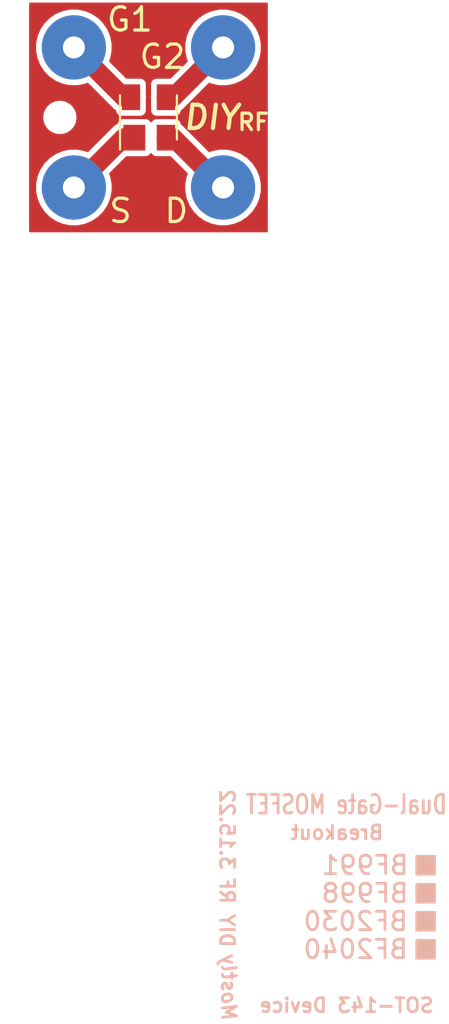
<source format=kicad_pcb>
(kicad_pcb (version 20211014) (generator pcbnew)
  (layers (0 "F.Cu" signal) (31 "B.Cu" signal) (34 "B.Paste" user) (35 "F.Paste" user) (36 "B.SilkS" user "B.Silkscreen") (37 "F.SilkS" user "F.Silkscreen") (38 "B.Mask" user) (39 "F.Mask" user) (44 "Edge.Cuts" user))
  (net 0 "")
  (net 1 "Net-(Pin1-Pad1)")
  (net 2 "Net-(Pin2-Pad1)")
  (net 3 "Net-(Pin3-Pad1)")
  (net 4 "Net-(Pin4-Pad1)")
  (footprint "Connector_Wire:SolderWirePad_1x01_Drill1.2mm" (layer "F.Cu") (at 158.89 61.173 -90)
    (fp_text reference "Pin2" hide)
    (fp_text value "Pad")
    (pad "1" thru_hole circle locked (at 0 0 270) (size 3.50012 3.50012) (drill 1.19888) (layers "F.Cu" "F.Mask") (net 2 "Net-(Pin2-Pad1)"))
  )
  (footprint "Package_TO_SOT_SMD:SOT-143" (layer "F.Cu") (at 154.826 57.363 90)
    (fp_text reference "SOT-143" hide)
    (fp_text value "SOT143")
    (fp_line (start -1.2 1.55) (end 1.2 1.55) (layer "F.SilkS") (width 0.12))
    (fp_line (start 1.2 -1.55) (end -1.75 -1.55) (layer "F.SilkS") (width 0.12))
    (pad "1" smd rect locked (at -1.1 -0.77) (size 1.2 1.4) (layers "F.Cu" "F.Paste" "F.Mask") (net 1 "Net-(Pin1-Pad1)"))
    (pad "2" smd rect locked (at -1.1 0.95) (size 1 1.4) (layers "F.Cu" "F.Paste" "F.Mask") (net 2 "Net-(Pin2-Pad1)"))
    (pad "3" smd rect locked (at 1.1 0.95) (size 1 1.4) (layers "F.Cu" "F.Paste" "F.Mask") (net 3 "Net-(Pin3-Pad1)"))
    (pad "4" smd rect locked (at 1.1 -0.95) (size 1 1.4) (layers "F.Cu" "F.Paste" "F.Mask") (net 4 "Net-(Pin4-Pad1)"))
  )
  (footprint "Connector_Wire:SolderWirePad_1x01_Drill1.2mm" (layer "F.Cu") (at 150.762 61.173 -90)
    (fp_text reference "Pin1" hide)
    (fp_text value "Pad")
    (pad "1" thru_hole circle locked (at 0 0 270) (size 3.50012 3.50012) (drill 1.19888) (layers "F.Cu" "F.Mask") (net 1 "Net-(Pin1-Pad1)"))
  )
  (footprint "Connector_Wire:SolderWirePad_1x01_Drill1.2mm" (layer "F.Cu") (at 158.89 53.553 -90)
    (fp_text reference "Pin3" hide)
    (fp_text value "Pad")
    (pad "1" thru_hole circle locked (at 0 0 270) (size 3.50012 3.50012) (drill 1.19888) (layers "F.Cu" "F.Mask") (net 3 "Net-(Pin3-Pad1)"))
  )
  (footprint "Connector_Wire:SolderWirePad_1x01_Drill1.2mm" (layer "F.Cu") (at 150.762 53.553 -90)
    (fp_text reference "Pin4" hide)
    (fp_text value "Pad")
    (pad "1" thru_hole circle locked (at 0 0 270) (size 3.50012 3.50012) (drill 1.19888) (layers "F.Cu" "F.Mask") (net 4 "Net-(Pin4-Pad1)"))
  )
  (footprint "dual_gate_mosfet:unbound_hole_047in" (layer "F.Cu") (at 150 57.363)
    (fp_text reference "REF**" hide)
    (fp_text value "unbound_hole_047in" hide)
    (pad "" np_thru_hole circle locked (at 0 0) (size 1.1938 1.1938) (drill 1.1938) (layers "F.Cu" "F.Mask"))
  )
  (gr_poly (pts (xy 170.434 103.124) (xy 169.418 103.124) (xy 169.418 102.108) (xy 170.434 102.108)) (layer "B.SilkS") (width 0.1) (fill solid))
  (gr_poly (pts (xy 170.434 101.6) (xy 169.418 101.6) (xy 169.418 100.584) (xy 170.434 100.584)) (layer "B.SilkS") (width 0.1) (fill solid))
  (gr_poly (pts (xy 170.434 100.076) (xy 169.418 100.076) (xy 169.418 99.06) (xy 170.434 99.06)) (layer "B.SilkS") (width 0.1) (fill solid))
  (gr_poly (pts (xy 170.434 98.552) (xy 169.418 98.552) (xy 169.418 97.536) (xy 170.434 97.536)) (layer "B.SilkS") (width 0.1) (fill solid))
  (gr_text "BF991" (at 166.624 98.044) (layer "B.SilkS") (effects (font (size 1 1)) (justify mirror)))
  (gr_text "BF2030" (at 166.116 101.092) (layer "B.SilkS") (effects (font (size 1 1)) (justify mirror)))
  (gr_text "BF998" (at 166.624 99.568) (layer "B.SilkS") (effects (font (size 1 1)) (justify mirror)))
  (gr_text "SOT-143 Device" (at 165.608 105.664) (layer "B.SilkS") (effects (font (size 0.762 0.762)) (justify mirror)))
  (gr_text "DIY RF" (at 159.1 100.6 -90) (layer "B.SilkS") (effects (font (size 0.762 0.762)) (justify mirror)))
  (gr_text "3.15.22" (at 159.1 96.1 -90) (layer "B.SilkS") (effects (font (size 0.762 0.762)) (justify mirror)))
  (gr_text "Breakout" (at 165.1 96.266) (layer "B.SilkS") (effects (font (size 0.762 0.762)) (justify mirror)))
  (gr_text "Dual-Gate MOSFET" (at 165.608 94.742) (layer "B.SilkS") (effects (font (size 1.016 0.762)) (justify mirror)))
  (gr_text "BF2040" (at 166.116 102.616) (layer "B.SilkS") (effects (font (size 1 1)) (justify mirror)))
  (gr_text "Mostly" (at 159.2 104.7 -90) (layer "B.SilkS") (effects (font (size 0.762 0.762) (thickness 0.15) italic) (justify mirror)))
  (gr_text "RF" (at 160.541 57.617) (layer "F.SilkS") (effects (font (size 0.889 0.889) (thickness 0.1778))))
  (gr_text "S" (at 153.302 62.443) (layer "F.SilkS") (effects (font (size 1.27 1.27) (thickness 0.1778))))
  (gr_text "D" (at 156.35 62.443) (layer "F.SilkS") (effects (font (size 1.27 1.27) (thickness 0.1778))))
  (gr_text "DIY" (at 158.255 57.363) (layer "F.SilkS") (effects (font (size 1.27 1.27) (thickness 0.2286) italic)))
  (gr_text "G1" (at 153.81 52.029) (layer "F.SilkS") (effects (font (size 1.27 1.27) (thickness 0.1778))))
  (gr_text "G2" (at 155.588 54.061) (layer "F.SilkS") (effects (font (size 1.27 1.27) (thickness 0.1778))))
  (segment (start 154.056 58.463) (end 153.472 58.463) (width 1.016) (layer "F.Cu") (net 1))
  (segment (start 153.472 58.463) (end 150.762 61.173) (width 1.016) (layer "F.Cu") (net 1))
  (segment (start 155.776 58.463) (end 156.18 58.463) (width 1.016) (layer "F.Cu") (net 2))
  (segment (start 156.18 58.463) (end 158.89 61.173) (width 1.016) (layer "F.Cu") (net 2))
  (segment (start 156.18 56.263) (end 158.89 53.553) (width 1.016) (layer "F.Cu") (net 3))
  (segment (start 155.776 56.263) (end 156.18 56.263) (width 1.016) (layer "F.Cu") (net 3))
  (segment (start 153.876 56.263) (end 153.472 56.263) (width 1.016) (layer "F.Cu") (net 4))
  (segment (start 153.472 56.263) (end 150.762 53.553) (width 1.016) (layer "F.Cu") (net 4))
  (zone (net 0) (net_name "") (layer "F.Cu") (connect_pads yes (clearance 0.3048)) (min_thickness 0.127) (fill yes (thermal_gap 0.508) (thermal_bridge_width 0.508))
    (polygon (pts (xy 161.43 63.713) (xy 148.222 63.713) (xy 148.222 51.013) (xy 161.43 51.013)))
  )
)
</source>
